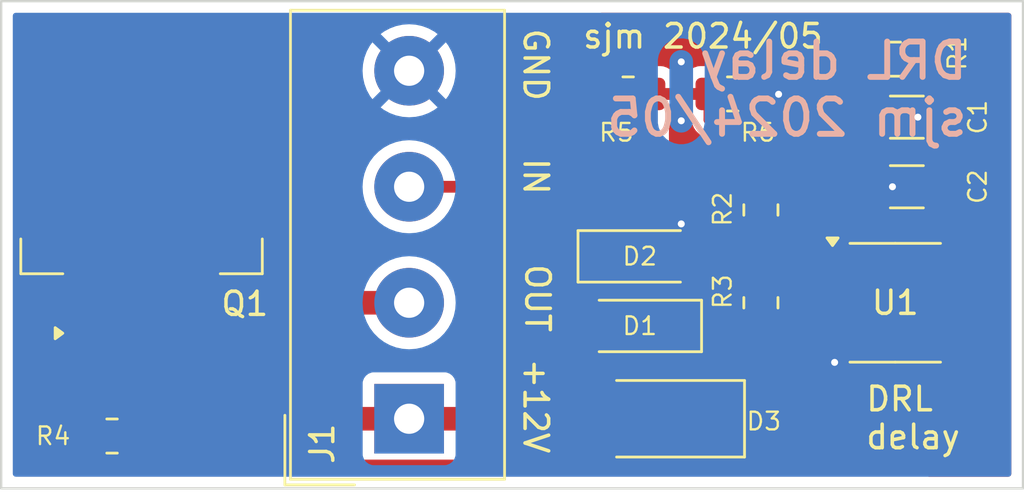
<source format=kicad_pcb>
(kicad_pcb (version 20240108) (generator "pcbnew") (generator_version "8.0")
  (layers (0 "F.Cu" signal) (31 "B.Cu" signal) (34 "B.Paste" user) (35 "F.Paste" user) (36 "B.SilkS" user "B.Silkscreen") (37 "F.SilkS" user "F.Silkscreen") (38 "B.Mask" user) (39 "F.Mask" user) (44 "Edge.Cuts" user))
  (net 0 "")
  (net 1 "+12V")
  (net 2 "Net-(D1-A)")
  (net 3 "GND")
  (net 4 "Net-(Q1-G)")
  (net 5 "Net-(U1B--)")
  (net 6 "Net-(U1A-+)")
  (net 7 "IN")
  (net 8 "VCC")
  (net 9 "Net-(J1-Pin_2)")
  (footprint "Resistor_SMD:R_0805_2012Metric_Pad1.20x1.40mm_HandSolder" (layer "F.Cu") (at 132.715 109 -90)
    (property "Reference" "R2" (at -0.034 1.651 90) (layer "F.SilkS") (effects (font (size 0.762 0.762) (thickness 0.1016))))
    (property "Value" "4.7k")
    (fp_line (start -0.227064 0.735) (end 0.227064 0.735) (stroke (width 0.12)) (layer "F.SilkS"))
    (fp_line (start -0.227064 -0.735) (end 0.227064 -0.735) (stroke (width 0.12)) (layer "F.SilkS"))
    (pad "1" smd roundrect (at -1 0 270) (size 1.2 1.4) (layers "F.Cu" "F.Paste" "F.Mask") (roundrect_rratio 0.208333) (net 8 "VCC"))
    (pad "2" smd roundrect (at 1 0 270) (size 1.2 1.4) (layers "F.Cu" "F.Paste" "F.Mask") (roundrect_rratio 0.208333) (net 6 "Net-(U1A-+)"))
  )
  (footprint "Capacitor_SMD:C_1206_3216Metric_Pad1.33x1.80mm_HandSolder" (layer "F.Cu") (at 139 105)
    (property "Reference" "C1" (at 3.048 0 -90) (layer "F.SilkS") (effects (font (size 0.762 0.762) (thickness 0.1016))))
    (property "Value" "10µ")
    (fp_line (start -0.711252 -0.91) (end 0.711252 -0.91) (stroke (width 0.12)) (layer "F.SilkS"))
    (fp_line (start -0.711252 0.91) (end 0.711252 0.91) (stroke (width 0.12)) (layer "F.SilkS"))
    (pad "1" smd roundrect (at -1.5625 0) (size 1.325 1.8) (layers "F.Cu" "F.Paste" "F.Mask") (roundrect_rratio 0.188679) (net 5 "Net-(U1B--)"))
    (pad "2" smd roundrect (at 1.5625 0) (size 1.325 1.8) (layers "F.Cu" "F.Paste" "F.Mask") (roundrect_rratio 0.188679) (net 3 "GND"))
  )
  (footprint "Resistor_SMD:R_0805_2012Metric_Pad1.20x1.40mm_HandSolder" (layer "F.Cu") (at 138.5 102.5 180)
    (property "Reference" "R1" (at -2.667 0.254 -90) (layer "F.SilkS") (effects (font (size 0.762 0.762) (thickness 0.1016))))
    (property "Value" "220k")
    (fp_line (start -0.227064 0.735) (end 0.227064 0.735) (stroke (width 0.12)) (layer "F.SilkS"))
    (fp_line (start -0.227064 -0.735) (end 0.227064 -0.735) (stroke (width 0.12)) (layer "F.SilkS"))
    (pad "1" smd roundrect (at -1 0 180) (size 1.2 1.4) (layers "F.Cu" "F.Paste" "F.Mask") (roundrect_rratio 0.208333) (net 8 "VCC"))
    (pad "2" smd roundrect (at 1 0 180) (size 1.2 1.4) (layers "F.Cu" "F.Paste" "F.Mask") (roundrect_rratio 0.208333) (net 5 "Net-(U1B--)"))
  )
  (footprint "Diode_SMD:D_MiniMELF" (layer "F.Cu") (at 127.5 114 180)
    (property "Reference" "D1" (at 0 0 180) (layer "F.SilkS") (effects (font (size 0.762 0.762) (thickness 0.1016))))
    (property "Value" "1N4148")
    (fp_line (start 1.75 -1.11) (end -2.66 -1.11) (stroke (width 0.12)) (layer "F.SilkS"))
    (fp_line (start -2.66 1.11) (end 1.75 1.11) (stroke (width 0.12)) (layer "F.SilkS"))
    (fp_line (start -2.66 -1.11) (end -2.66 1.11) (stroke (width 0.12)) (layer "F.SilkS"))
    (pad "1" smd roundrect (at -1.75 0 180) (size 1.3 1.7) (layers "F.Cu" "F.Paste" "F.Mask") (roundrect_rratio 0.1923076923) (net 8 "VCC"))
    (pad "2" smd roundrect (at 1.75 0 180) (size 1.3 1.7) (layers "F.Cu" "F.Paste" "F.Mask") (roundrect_rratio 0.1923076923) (net 2 "Net-(D1-A)"))
  )
  (footprint "Resistor_SMD:R_0805_2012Metric_Pad1.20x1.40mm_HandSolder" (layer "F.Cu") (at 104.775 118.745 180)
    (property "Reference" "R4" (at 2.54 0 180) (layer "F.SilkS") (effects (font (size 0.762 0.762) (thickness 0.1016))))
    (property "Value" "4.7k")
    (fp_line (start -0.227064 0.735) (end 0.227064 0.735) (stroke (width 0.12)) (layer "F.SilkS"))
    (fp_line (start -0.227064 -0.735) (end 0.227064 -0.735) (stroke (width 0.12)) (layer "F.SilkS"))
    (pad "1" smd roundrect (at -1 0 180) (size 1.2 1.4) (layers "F.Cu" "F.Paste" "F.Mask") (roundrect_rratio 0.208333) (net 1 "+12V"))
    (pad "2" smd roundrect (at 1 0 180) (size 1.2 1.4) (layers "F.Cu" "F.Paste" "F.Mask") (roundrect_rratio 0.208333) (net 4 "Net-(Q1-G)"))
  )
  (footprint "Capacitor_SMD:C_1206_3216Metric_Pad1.33x1.80mm_HandSolder" (layer "F.Cu") (at 139 108 180)
    (property "Reference" "C2" (at -3.048 0 -90) (layer "F.SilkS") (effects (font (size 0.762 0.762) (thickness 0.1016))))
    (property "Value" "10µ")
    (fp_line (start -0.711252 0.91) (end 0.711252 0.91) (stroke (width 0.12)) (layer "F.SilkS"))
    (fp_line (start -0.711252 -0.91) (end 0.711252 -0.91) (stroke (width 0.12)) (layer "F.SilkS"))
    (pad "1" smd roundrect (at -1.5625 0 180) (size 1.325 1.8) (layers "F.Cu" "F.Paste" "F.Mask") (roundrect_rratio 0.188679) (net 8 "VCC"))
    (pad "2" smd roundrect (at 1.5625 0 180) (size 1.325 1.8) (layers "F.Cu" "F.Paste" "F.Mask") (roundrect_rratio 0.188679) (net 3 "GND"))
  )
  (footprint "Package_TO_SOT_SMD:TO-263-3_TabPin2" (layer "F.Cu") (at 106.045 106.925 90)
    (property "Reference" "Q1" (at -6.12 4.445 0) (layer "F.SilkS"))
    (property "Value" "IRF4905")
    (fp_line (start -3.325 -5.2) (end -4.825 -5.2) (stroke (width 0.12)) (layer "F.SilkS"))
    (fp_line (start -4.825 -5.2) (end -4.825 -3.39) (stroke (width 0.12)) (layer "F.SilkS"))
    (fp_line (start -3.325 5.2) (end -4.825 5.2) (stroke (width 0.12)) (layer "F.SilkS"))
    (fp_line (start -4.825 5.2) (end -4.825 3.39) (stroke (width 0.12)) (layer "F.SilkS"))
    (fp_poly (pts (xy -7.3875 -3.39) (xy -7.6275 -3.72) (xy -7.1475 -3.72) (xy -7.3875 -3.39)) (stroke (width 0.12)) (fill solid) (layer "F.SilkS"))
    (pad "1" smd roundrect (at -7.65 -2.54 90) (size 4.6 1.1) (layers "F.Cu" "F.Paste" "F.Mask") (roundrect_rratio 0.227273) (net 4 "Net-(Q1-G)"))
    (pad "2" smd roundrect (at -7.65 0 90) (size 4.6 1.1) (layers "F.Cu" "F.Paste" "F.Mask") (roundrect_rratio 0.227273) (net 9 "Net-(J1-Pin_2)"))
    (pad "2" smd roundrect (at -0.925 -2.775 90) (size 4.55 5.25) (layers "F.Cu" "F.Paste") (roundrect_rratio 0.054945) (net 9 "Net-(J1-Pin_2)"))
    (pad "2" smd roundrect (at -0.925 2.775 90) (size 4.55 5.25) (layers "F.Cu" "F.Paste") (roundrect_rratio 0.054945) (net 9 "Net-(J1-Pin_2)"))
    (pad "2" smd roundrect (at 1.5 0 90) (size 9.4 10.8) (layers "F.Cu" "F.Mask") (roundrect_rratio 0.026596) (net 9 "Net-(J1-Pin_2)"))
    (pad "2" smd roundrect (at 3.925 -2.775 90) (size 4.55 5.25) (layers "F.Cu" "F.Paste") (roundrect_rratio 0.054945) (net 9 "Net-(J1-Pin_2)"))
    (pad "2" smd roundrect (at 3.925 2.775 90) (size 4.55 5.25) (layers "F.Cu" "F.Paste") (roundrect_rratio 0.054945) (net 9 "Net-(J1-Pin_2)"))
    (pad "3" smd roundrect (at -7.65 2.54 90) (size 4.6 1.1) (layers "F.Cu" "F.Paste" "F.Mask") (roundrect_rratio 0.227273) (net 1 "+12V"))
  )
  (footprint "Resistor_SMD:R_0805_2012Metric_Pad1.20x1.40mm_HandSolder" (layer "F.Cu") (at 127 104)
    (property "Reference" "R5" (at -0.508 1.664 0) (layer "F.SilkS") (effects (font (size 0.762 0.762) (thickness 0.1016))))
    (property "Value" "10k")
    (fp_line (start -0.227064 -0.735) (end 0.227064 -0.735) (stroke (width 0.12)) (layer "F.SilkS"))
    (fp_line (start -0.227064 0.735) (end 0.227064 0.735) (stroke (width 0.12)) (layer "F.SilkS"))
    (pad "1" smd roundrect (at -1 0) (size 1.2 1.4) (layers "F.Cu" "F.Paste" "F.Mask") (roundrect_rratio 0.208333) (net 7 "IN"))
    (pad "2" smd roundrect (at 1 0) (size 1.2 1.4) (layers "F.Cu" "F.Paste" "F.Mask") (roundrect_rratio 0.208333) (net 2 "Net-(D1-A)"))
  )
  (footprint "Resistor_SMD:R_0805_2012Metric_Pad1.20x1.40mm_HandSolder" (layer "F.Cu") (at 131.5 104)
    (property "Reference" "R6" (at 1.088 1.664 0) (layer "F.SilkS") (effects (font (size 0.762 0.762) (thickness 0.1016))))
    (property "Value" "47k")
    (fp_line (start -0.227064 -0.735) (end 0.227064 -0.735) (stroke (width 0.12)) (layer "F.SilkS"))
    (fp_line (start -0.227064 0.735) (end 0.227064 0.735) (stroke (width 0.12)) (layer "F.SilkS"))
    (pad "1" smd roundrect (at -1 0) (size 1.2 1.4) (layers "F.Cu" "F.Paste" "F.Mask") (roundrect_rratio 0.208333) (net 2 "Net-(D1-A)"))
    (pad "2" smd roundrect (at 1 0) (size 1.2 1.4) (layers "F.Cu" "F.Paste" "F.Mask") (roundrect_rratio 0.208333) (net 3 "GND"))
  )
  (footprint "Package_SO:SOIC-8_3.9x4.9mm_P1.27mm" (layer "F.Cu") (at 138.5 113)
    (property "Reference" "U1" (at 0 0 0) (layer "F.SilkS"))
    (property "Value" "LM393")
    (fp_line (start 0 -2.56) (end -1.95 -2.56) (stroke (width 0.12)) (layer "F.SilkS"))
    (fp_line (start 0 -2.56) (end 1.95 -2.56) (stroke (width 0.12)) (layer "F.SilkS"))
    (fp_line (start 0 2.56) (end -1.95 2.56) (stroke (width 0.12)) (layer "F.SilkS"))
    (fp_line (start 0 2.56) (end 1.95 2.56) (stroke (width 0.12)) (layer "F.SilkS"))
    (fp_poly (pts (xy -2.7 -2.465) (xy -2.94 -2.795) (xy -2.46 -2.795) (xy -2.7 -2.465)) (stroke (width 0.12)) (fill solid) (layer "F.SilkS"))
    (pad "1" smd roundrect (at -2.475 -1.905) (size 1.95 0.6) (layers "F.Cu" "F.Paste" "F.Mask") (net 5 "Net-(U1B--)"))
    (pad "2" smd roundrect (at -2.475 -0.635) (size 1.95 0.6) (layers "F.Cu" "F.Paste" "F.Mask") (net 2 "Net-(D1-A)"))
    (pad "3" smd roundrect (at -2.475 0.635) (size 1.95 0.6) (layers "F.Cu" "F.Paste" "F.Mask") (net 6 "Net-(U1A-+)"))
    (pad "4" smd roundrect (at -2.475 1.905) (size 1.95 0.6) (layers "F.Cu" "F.Paste" "F.Mask") (net 3 "GND"))
    (pad "5" smd roundrect (at 2.475 1.905) (size 1.95 0.6) (layers "F.Cu" "F.Paste" "F.Mask") (net 6 "Net-(U1A-+)"))
    (pad "6" smd roundrect (at 2.475 0.635) (size 1.95 0.6) (layers "F.Cu" "F.Paste" "F.Mask") (net 5 "Net-(U1B--)"))
    (pad "7" smd roundrect (at 2.475 -0.635) (size 1.95 0.6) (layers "F.Cu" "F.Paste" "F.Mask") (net 4 "Net-(Q1-G)"))
    (pad "8" smd roundrect (at 2.475 -1.905) (size 1.95 0.6) (layers "F.Cu" "F.Paste" "F.Mask") (net 8 "VCC"))
  )
  (footprint "Diode_SMD:D_MiniMELF" (layer "F.Cu") (at 127.5 111)
    (property "Reference" "D2" (at 0 0 0) (layer "F.SilkS") (effects (font (size 0.762 0.762) (thickness 0.1016))))
    (property "Value" "1N4148")
    (fp_line (start -2.66 -1.11) (end -2.66 1.11) (stroke (width 0.12)) (layer "F.SilkS"))
    (fp_line (start -2.66 1.11) (end 1.75 1.11) (stroke (width 0.12)) (layer "F.SilkS"))
    (fp_line (start 1.75 -1.11) (end -2.66 -1.11) (stroke (width 0.12)) (layer "F.SilkS"))
    (pad "1" smd roundrect (at -1.75 0) (size 1.3 1.7) (layers "F.Cu" "F.Paste" "F.Mask") (roundrect_rratio 0.1923076923) (net 2 "Net-(D1-A)"))
    (pad "2" smd roundrect (at 1.75 0) (size 1.3 1.7) (layers "F.Cu" "F.Paste" "F.Mask") (roundrect_rratio 0.1923076923) (net 3 "GND"))
  )
  (footprint "Resistor_SMD:R_0805_2012Metric_Pad1.20x1.40mm_HandSolder" (layer "F.Cu") (at 132.715 113 -90)
    (property "Reference" "R3" (at -0.478 1.651 90) (layer "F.SilkS") (effects (font (size 0.762 0.762) (thickness 0.1016))))
    (property "Value" "10k")
    (fp_line (start -0.227064 0.735) (end 0.227064 0.735) (stroke (width 0.12)) (layer "F.SilkS"))
    (fp_line (start -0.227064 -0.735) (end 0.227064 -0.735) (stroke (width 0.12)) (layer "F.SilkS"))
    (pad "1" smd roundrect (at -1 0 270) (size 1.2 1.4) (layers "F.Cu" "F.Paste" "F.Mask") (roundrect_rratio 0.208333) (net 6 "Net-(U1A-+)"))
    (pad "2" smd roundrect (at 1 0 270) (size 1.2 1.4) (layers "F.Cu" "F.Paste" "F.Mask") (roundrect_rratio 0.208333) (net 3 "GND"))
  )
  (footprint "Diode_SMD:D_SMA" (layer "F.Cu") (at 128.5 118 180)
    (property "Reference" "D3" (at -4.342 -0.11 180) (layer "F.SilkS") (effects (font (size 0.762 0.762) (thickness 0.1016))))
    (property "Value" "SS310")
    (fp_line (start -3.51 1.65) (end 2 1.65) (stroke (width 0.12)) (layer "F.SilkS"))
    (fp_line (start -3.51 -1.65) (end 2 -1.65) (stroke (width 0.12)) (layer "F.SilkS"))
    (fp_line (start -3.51 -1.65) (end -3.51 1.65) (stroke (width 0.12)) (layer "F.SilkS"))
    (pad "1" smd roundrect (at -2 0 180) (size 2.5 1.8) (layers "F.Cu" "F.Paste" "F.Mask") (roundrect_rratio 0.1388888889) (net 8 "VCC"))
    (pad "2" smd roundrect (at 2 0 180) (size 2.5 1.8) (layers "F.Cu" "F.Paste" "F.Mask") (roundrect_rratio 0.1388888889) (net 1 "+12V"))
  )
  (footprint "TerminalBlock_Altech:Altech_AK100_1x04_P5.00mm" (layer "F.Cu") (at 117.5675 118 90)
    (property "Reference" "J1" (at -1.0765 -3.7425 -90) (layer "F.SilkS"))
    (property "Value" "Conn_01x04_Socket")
    (fp_line (start -2.85 -5.35) (end 0.15 -5.35) (stroke (width 0.12)) (layer "F.SilkS"))
    (fp_line (start 17.61 -5.11) (end 17.61 4.11) (stroke (width 0.12)) (layer "F.SilkS"))
    (fp_line (start -2.61 -5.11) (end 17.61 -5.11) (stroke (width 0.12)) (layer "F.SilkS"))
    (fp_line (start -2.61 -5.11) (end -2.61 4.11) (stroke (width 0.12)) (layer "F.SilkS"))
    (fp_line (start -2.85 -2.35) (end -2.85 -5.35) (stroke (width 0.12)) (layer "F.SilkS"))
    (fp_line (start -2.61 4.11) (end 17.61 4.11) (stroke (width 0.12)) (layer "F.SilkS"))
    (pad "1" thru_hole rect (at 0 0 90) (size 3 3) (drill 1.3) (layers "*.Cu" "*.Mask") (net 1 "+12V"))
    (pad "2" thru_hole circle (at 5 0 90) (size 3 3) (drill 1.3) (layers "*.Cu" "*.Mask") (net 9 "Net-(J1-Pin_2)"))
    (pad "3" thru_hole circle (at 10 0 90) (size 3 3) (drill 1.3) (layers "*.Cu" "*.Mask") (net 7 "IN"))
    (pad "4" thru_hole circle (at 15 0 90) (size 3 3) (drill 1.3) (layers "*.Cu" "*.Mask") (net 3 "GND"))
  )
  (gr_rect (start 100 100) (end 144 121) (stroke (width 0.1)) (fill none) (layer "Edge.Cuts"))
  (gr_text "DRL delay\nsjm 2024/05" (at 141.732 105.918 0) (layer "B.SilkS") (effects (font (size 1.524 1.524) (thickness 0.254) (bold yes)) (justify left bottom mirror)))
  (gr_text "OUT" (at 122.5 111.252 -90) (layer "F.SilkS") (effects (font (size 1.016 1.016) (thickness 0.1524)) (justify left bottom)))
  (gr_text "IN" (at 122.428 106.68 -90) (layer "F.SilkS") (effects (font (size 1.016 1.016) (thickness 0.1524)) (justify left bottom)))
  (gr_text "sjm 2024/05" (at 124.968 102.108 0) (layer "F.SilkS") (effects (font (size 1.016 1.016) (thickness 0.1524)) (justify left bottom)))
  (gr_text "DRL\ndelay" (at 137.16 119.38 0) (layer "F.SilkS") (effects (font (size 1.016 1.016) (thickness 0.1524)) (justify left bottom)))
  (gr_text "GND" (at 122.428 101.092 -90) (layer "F.SilkS") (effects (font (size 1.016 1.016) (thickness 0.1524)) (justify left bottom)))
  (gr_text "+12V" (at 122.428 115.316 270) (layer "F.SilkS") (effects (font (size 1.016 1.016) (thickness 0.1524)) (justify left bottom)))
  (segment (start 117.5675 118) (end 126.5 118) (width 1.016) (layer "F.Cu") (net 1))
  (segment (start 111.5 114.5) (end 111.425 114.575) (width 1.016) (layer "F.Cu") (net 1))
  (segment (start 105.775 118.745) (end 107.255 118.745) (width 1.016) (layer "F.Cu") (net 1))
  (segment (start 108.585 117.415) (end 108.585 114.575) (width 1.016) (layer "F.Cu") (net 1))
  (segment (start 117.5675 118) (end 115 118) (width 1.016) (layer "F.Cu") (net 1))
  (segment (start 111.425 114.575) (end 108.585 114.575) (width 1.016) (layer "F.Cu") (net 1))
  (segment (start 115 118) (end 111.5 114.5) (width 1.016) (layer "F.Cu") (net 1))
  (segment (start 107.255 118.745) (end 108.585 117.415) (width 1.016) (layer "F.Cu") (net 1))
  (segment (start 125.75 109.75) (end 128 107.5) (width 0.508) (layer "F.Cu") (net 2))
  (segment (start 136.025 112.365) (end 135.225 112.365) (width 0.508) (layer "F.Cu") (net 2))
  (segment (start 131.445 106.045) (end 130.5 105.1) (width 0.508) (layer "F.Cu") (net 2))
  (segment (start 134.596 111.736) (end 134.596 107.291) (width 0.508) (layer "F.Cu") (net 2))
  (segment (start 125.75 111) (end 125.75 109.75) (width 0.508) (layer "F.Cu") (net 2))
  (segment (start 128 104) (end 130.5 104) (width 0.508) (layer "F.Cu") (net 2))
  (segment (start 134.596 107.291) (end 133.35 106.045) (width 0.508) (layer "F.Cu") (net 2))
  (segment (start 130.5 105.1) (end 130.5 104) (width 0.508) (layer "F.Cu") (net 2))
  (segment (start 135.225 112.365) (end 134.596 111.736) (width 0.508) (layer "F.Cu") (net 2))
  (segment (start 125.75 114) (end 125.75 111) (width 0.508) (layer "F.Cu") (net 2))
  (segment (start 128 107.5) (end 128 104) (width 0.508) (layer "F.Cu") (net 2))
  (segment (start 133.35 106.045) (end 131.445 106.045) (width 0.508) (layer "F.Cu") (net 2))
  (segment (start 138.38 108) (end 137.4375 108) (width 0.508) (layer "F.Cu") (net 3))
  (segment (start 132.715 114.3) (end 133.35 114.935) (width 0.508) (layer "F.Cu") (net 3))
  (segment (start 136.025 114.905) (end 136.025 115.435) (width 0.508) (layer "F.Cu") (net 3))
  (segment (start 139.475 105) (end 140.5625 105) (width 0.508) (layer "F.Cu") (net 3))
  (segment (start 133.464 104) (end 133.477 104.013) (width 0.508) (layer "F.Cu") (net 3))
  (segment (start 133.38 114.905) (end 136.025 114.905) (width 0.508) (layer "F.Cu") (net 3))
  (segment (start 132.5 104) (end 133.464 104) (width 0.508) (layer "F.Cu") (net 3))
  (segment (start 129.25 111) (end 129.25 109.637) (width 0.508) (layer "F.Cu") (net 3))
  (segment (start 133.35 114.935) (end 133.38 114.905) (width 0.508) (layer "F.Cu") (net 3))
  (segment (start 129.25 109.637) (end 129.286 109.601) (width 0.508) (layer "F.Cu") (net 3))
  (segment (start 136.025 115.435) (end 135.89 115.57) (width 0.508) (layer "F.Cu") (net 3))
  (via (at 138.38 108) (size 0.6) (drill 0.3) (layers "F.Cu" "B.Cu") (net 3))
  (via (at 139.475 105) (size 0.6) (drill 0.3) (layers "F.Cu" "B.Cu") (net 3))
  (via (at 129.286 109.601) (size 0.6) (drill 0.3) (layers "F.Cu" "B.Cu") (net 3))
  (via (at 135.89 115.57) (size 0.6) (drill 0.3) (layers "F.Cu" "B.Cu") (net 3))
  (via (at 133.477 104.013) (size 0.6) (drill 0.3) (layers "F.Cu" "B.Cu") (net 3))
  (segment (start 142.21 112.365) (end 142.404 112.559) (width 0.508) (layer "F.Cu") (net 4))
  (segment (start 103.775 119.65) (end 103.775 118.745) (width 0.508) (layer "F.Cu") (net 4))
  (segment (start 103.775 118.275) (end 103.5 118) (width 1.016) (layer "F.Cu") (net 4))
  (segment (start 142.404 116.676) (end 139.065 120.015) (width 0.508) (layer "F.Cu") (net 4))
  (segment (start 139.065 120.015) (end 104.14 120.015) (width 0.508) (layer "F.Cu") (net 4))
  (segment (start 103.5 118) (end 103.505 117.995) (width 1.016) (layer "F.Cu") (net 4))
  (segment (start 103.775 118.745) (end 103.775 118.275) (width 1.016) (layer "F.Cu") (net 4))
  (segment (start 104.14 120.015) (end 103.775 119.65) (width 0.508) (layer "F.Cu") (net 4))
  (segment (start 142.404 112.559) (end 142.404 116.676) (width 0.508) (layer "F.Cu") (net 4))
  (segment (start 103.505 117.995) (end 103.505 114.575) (width 1.016) (layer "F.Cu") (net 4))
  (segment (start 140.975 112.365) (end 142.21 112.365) (width 0.508) (layer "F.Cu") (net 4))
  (segment (start 136.025 105.525) (end 136.025 111.095) (width 0.508) (layer "F.Cu") (net 5))
  (segment (start 136 105.5) (end 136.025 105.525) (width 0.508) (layer "F.Cu") (net 5))
  (segment (start 136.5 105) (end 136 105.5) (width 0.508) (layer "F.Cu") (net 5))
  (segment (start 137.4375 105) (end 136.5 105) (width 0.508) (layer "F.Cu") (net 5))
  (segment (start 137.5 102.5) (end 137.5 104.9375) (width 0.508) (layer "F.Cu") (net 5))
  (segment (start 140.975 113.635) (end 139.67 113.635) (width 0.508) (layer "F.Cu") (net 5))
  (segment (start 137.13 111.095) (end 136.025 111.095) (width 0.508) (layer "F.Cu") (net 5))
  (segment (start 137 104.9375) (end 136.9375 105) (width 0.508) (layer "F.Cu") (net 5))
  (segment (start 139.67 113.635) (end 137.13 111.095) (width 0.508) (layer "F.Cu") (net 5))
  (segment (start 132.955 112) (end 134.62 113.665) (width 0.508) (layer "F.Cu") (net 6))
  (segment (start 132.715 110) (end 132.715 112) (width 0.508) (layer "F.Cu") (net 6))
  (segment (start 136.025 113.635) (end 137.13 113.635) (width 0.508) (layer "F.Cu") (net 6))
  (segment (start 138.46 114.905) (end 140.975 114.905) (width 0.508) (layer "F.Cu") (net 6))
  (segment (start 138.43 114.935) (end 138.46 114.905) (width 0.508) (layer "F.Cu") (net 6))
  (segment (start 134.65 113.635) (end 136.025 113.635) (width 0.508) (layer "F.Cu") (net 6))
  (segment (start 137.13 113.635) (end 138.43 114.935) (width 0.508) (layer "F.Cu") (net 6))
  (segment (start 134.62 113.665) (end 134.65 113.635) (width 0.508) (layer "F.Cu") (net 6))
  (segment (start 124 104) (end 126 104) (width 0.508) (layer "F.Cu") (net 7))
  (segment (start 120 108) (end 124 104) (width 0.508) (layer "F.Cu") (net 7))
  (segment (start 117.5675 108) (end 120 108) (width 0.508) (layer "F.Cu") (net 7))
  (segment (start 129.84 114) (end 129.25 114) (width 0.508) (layer "F.Cu") (net 8))
  (segment (start 129.286 106.299) (end 129.286 105.156) (width 0.508) (layer "F.Cu") (net 8))
  (segment (start 132.715 108) (end 130.987 108) (width 0.508) (layer "F.Cu") (net 8))
  (segment (start 129.286 106.299) (end 130.987 108) (width 0.508) (layer "F.Cu") (net 8))
  (via (at 129.286 105.156) (size 0.6) (drill 0.3) (layers "F.Cu" "B.Cu") (net 8))
  (via (at 129.286 102.616) (size 0.6) (drill 0.3) (layers "F.Cu" "B.Cu") (net 8))
  (segment (start 129.286 105.156) (end 129.286 102.616) (width 1.016) (layer "B.Cu") (net 8))
  (segment (start 117.5675 113) (end 115 113) (width 1.016) (layer "F.Cu") (net 9))
  (segment (start 106.045 114.575) (end 106.045 105.425) (width 1.016) (layer "F.Cu") (net 9))
  (segment (start 115 113) (end 109.85 107.85) (width 1.016) (layer "F.Cu") (net 9))
  (zone (net 8) (net_name "VCC") (layer "F.Cu") (connect_pads (clearance 0.5)) (min_thickness 0.25) (fill yes (thermal_gap 0.5) (thermal_bridge_width 0.5))
    (polygon (pts (xy 125.73 100.33) (xy 143.51 100.33) (xy 143.51 120.65) (xy 125.73 120.65)))
  )
  (zone (net 3) (net_name "GND") (layer "B.Cu") (priority 1) (connect_pads (clearance 0.5)) (min_thickness 0.25) (fill yes (thermal_gap 0.5) (thermal_bridge_width 0.5))
    (polygon (pts (xy 100.33 100.33) (xy 143.51 100.33) (xy 143.51 120.65) (xy 100.33 120.65)))
  )
)
</source>
